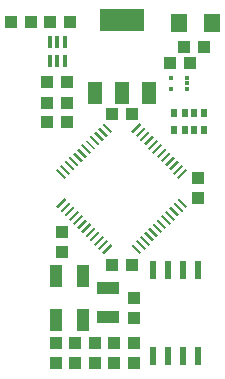
<source format=gbp>
G75*
G70*
%OFA0B0*%
%FSLAX24Y24*%
%IPPOS*%
%LPD*%
%AMOC8*
5,1,8,0,0,1.08239X$1,22.5*
%
%ADD10R,0.0433X0.0748*%
%ADD11R,0.0394X0.0433*%
%ADD12R,0.0079X0.0394*%
%ADD13R,0.0394X0.0079*%
%ADD14R,0.0433X0.0394*%
%ADD15R,0.0220X0.0590*%
%ADD16R,0.0118X0.0390*%
%ADD17R,0.0748X0.0433*%
%ADD18R,0.0500X0.0750*%
%ADD19R,0.1500X0.0750*%
%ADD20R,0.0236X0.0315*%
%ADD21R,0.0197X0.0315*%
%ADD22R,0.0551X0.0630*%
%ADD23R,0.0177X0.0118*%
D10*
X003040Y003877D03*
X003946Y003877D03*
X003946Y005333D03*
X003040Y005333D03*
D11*
X003043Y002420D03*
X003043Y003090D03*
X003693Y003090D03*
X003693Y002420D03*
X004343Y002420D03*
X004343Y003090D03*
X004993Y003090D03*
X004993Y002420D03*
X005643Y002420D03*
X005643Y003090D03*
X003243Y006120D03*
X003243Y006790D03*
X003427Y010455D03*
X003427Y011105D03*
X002758Y011105D03*
X002758Y010455D03*
X002858Y013805D03*
X002227Y013805D03*
X001558Y013805D03*
X003527Y013805D03*
X007793Y008590D03*
X007793Y007920D03*
D12*
G36*
X007372Y008908D02*
X007427Y008853D01*
X007150Y008576D01*
X007095Y008631D01*
X007372Y008908D01*
G37*
G36*
X007233Y009047D02*
X007288Y008992D01*
X007011Y008715D01*
X006956Y008770D01*
X007233Y009047D01*
G37*
G36*
X007094Y009187D02*
X007149Y009132D01*
X006872Y008855D01*
X006817Y008910D01*
X007094Y009187D01*
G37*
G36*
X006955Y009326D02*
X007010Y009271D01*
X006733Y008994D01*
X006678Y009049D01*
X006955Y009326D01*
G37*
G36*
X006815Y009465D02*
X006870Y009410D01*
X006593Y009133D01*
X006538Y009188D01*
X006815Y009465D01*
G37*
G36*
X006676Y009604D02*
X006731Y009549D01*
X006454Y009272D01*
X006399Y009327D01*
X006676Y009604D01*
G37*
G36*
X006537Y009743D02*
X006592Y009688D01*
X006315Y009411D01*
X006260Y009466D01*
X006537Y009743D01*
G37*
G36*
X006398Y009883D02*
X006453Y009828D01*
X006176Y009551D01*
X006121Y009606D01*
X006398Y009883D01*
G37*
G36*
X006259Y010022D02*
X006314Y009967D01*
X006037Y009690D01*
X005982Y009745D01*
X006259Y010022D01*
G37*
G36*
X006119Y010161D02*
X006174Y010106D01*
X005897Y009829D01*
X005842Y009884D01*
X006119Y010161D01*
G37*
G36*
X005980Y010300D02*
X006035Y010245D01*
X005758Y009968D01*
X005703Y010023D01*
X005980Y010300D01*
G37*
G36*
X005841Y010439D02*
X005896Y010384D01*
X005619Y010107D01*
X005564Y010162D01*
X005841Y010439D01*
G37*
G36*
X003892Y007377D02*
X003947Y007322D01*
X003670Y007045D01*
X003615Y007100D01*
X003892Y007377D01*
G37*
G36*
X004031Y007238D02*
X004086Y007183D01*
X003809Y006906D01*
X003754Y006961D01*
X004031Y007238D01*
G37*
G36*
X004171Y007099D02*
X004226Y007044D01*
X003949Y006767D01*
X003894Y006822D01*
X004171Y007099D01*
G37*
G36*
X004310Y006959D02*
X004365Y006904D01*
X004088Y006627D01*
X004033Y006682D01*
X004310Y006959D01*
G37*
G36*
X004449Y006820D02*
X004504Y006765D01*
X004227Y006488D01*
X004172Y006543D01*
X004449Y006820D01*
G37*
G36*
X004588Y006681D02*
X004643Y006626D01*
X004366Y006349D01*
X004311Y006404D01*
X004588Y006681D01*
G37*
G36*
X004727Y006542D02*
X004782Y006487D01*
X004505Y006210D01*
X004450Y006265D01*
X004727Y006542D01*
G37*
G36*
X004867Y006403D02*
X004922Y006348D01*
X004645Y006071D01*
X004590Y006126D01*
X004867Y006403D01*
G37*
G36*
X003753Y007516D02*
X003808Y007461D01*
X003531Y007184D01*
X003476Y007239D01*
X003753Y007516D01*
G37*
G36*
X003614Y007655D02*
X003669Y007600D01*
X003392Y007323D01*
X003337Y007378D01*
X003614Y007655D01*
G37*
G36*
X003475Y007795D02*
X003530Y007740D01*
X003253Y007463D01*
X003198Y007518D01*
X003475Y007795D01*
G37*
G36*
X003335Y007934D02*
X003390Y007879D01*
X003113Y007602D01*
X003058Y007657D01*
X003335Y007934D01*
G37*
D13*
G36*
X003113Y008908D02*
X003390Y008631D01*
X003335Y008576D01*
X003058Y008853D01*
X003113Y008908D01*
G37*
G36*
X003253Y009047D02*
X003530Y008770D01*
X003475Y008715D01*
X003198Y008992D01*
X003253Y009047D01*
G37*
G36*
X003392Y009187D02*
X003669Y008910D01*
X003614Y008855D01*
X003337Y009132D01*
X003392Y009187D01*
G37*
G36*
X003531Y009326D02*
X003808Y009049D01*
X003753Y008994D01*
X003476Y009271D01*
X003531Y009326D01*
G37*
G36*
X003670Y009465D02*
X003947Y009188D01*
X003892Y009133D01*
X003615Y009410D01*
X003670Y009465D01*
G37*
G36*
X003809Y009604D02*
X004086Y009327D01*
X004031Y009272D01*
X003754Y009549D01*
X003809Y009604D01*
G37*
G36*
X003949Y009743D02*
X004226Y009466D01*
X004171Y009411D01*
X003894Y009688D01*
X003949Y009743D01*
G37*
G36*
X004088Y009883D02*
X004365Y009606D01*
X004310Y009551D01*
X004033Y009828D01*
X004088Y009883D01*
G37*
G36*
X004227Y010022D02*
X004504Y009745D01*
X004449Y009690D01*
X004172Y009967D01*
X004227Y010022D01*
G37*
G36*
X004366Y010161D02*
X004643Y009884D01*
X004588Y009829D01*
X004311Y010106D01*
X004366Y010161D01*
G37*
G36*
X004505Y010300D02*
X004782Y010023D01*
X004727Y009968D01*
X004450Y010245D01*
X004505Y010300D01*
G37*
G36*
X004645Y010439D02*
X004922Y010162D01*
X004867Y010107D01*
X004590Y010384D01*
X004645Y010439D01*
G37*
G36*
X006593Y007377D02*
X006870Y007100D01*
X006815Y007045D01*
X006538Y007322D01*
X006593Y007377D01*
G37*
G36*
X006454Y007238D02*
X006731Y006961D01*
X006676Y006906D01*
X006399Y007183D01*
X006454Y007238D01*
G37*
G36*
X006315Y007099D02*
X006592Y006822D01*
X006537Y006767D01*
X006260Y007044D01*
X006315Y007099D01*
G37*
G36*
X006176Y006959D02*
X006453Y006682D01*
X006398Y006627D01*
X006121Y006904D01*
X006176Y006959D01*
G37*
G36*
X006037Y006820D02*
X006314Y006543D01*
X006259Y006488D01*
X005982Y006765D01*
X006037Y006820D01*
G37*
G36*
X005897Y006681D02*
X006174Y006404D01*
X006119Y006349D01*
X005842Y006626D01*
X005897Y006681D01*
G37*
G36*
X005758Y006542D02*
X006035Y006265D01*
X005980Y006210D01*
X005703Y006487D01*
X005758Y006542D01*
G37*
G36*
X005619Y006403D02*
X005896Y006126D01*
X005841Y006071D01*
X005564Y006348D01*
X005619Y006403D01*
G37*
G36*
X006733Y007516D02*
X007010Y007239D01*
X006955Y007184D01*
X006678Y007461D01*
X006733Y007516D01*
G37*
G36*
X006872Y007655D02*
X007149Y007378D01*
X007094Y007323D01*
X006817Y007600D01*
X006872Y007655D01*
G37*
G36*
X007011Y007795D02*
X007288Y007518D01*
X007233Y007463D01*
X006956Y007740D01*
X007011Y007795D01*
G37*
G36*
X007150Y007934D02*
X007427Y007657D01*
X007372Y007602D01*
X007095Y007879D01*
X007150Y007934D01*
G37*
D14*
X005577Y005705D03*
X004908Y005705D03*
X005643Y004590D03*
X005643Y003920D03*
X005577Y010735D03*
X004908Y010735D03*
X003427Y011805D03*
X002758Y011805D03*
X006858Y012425D03*
X007308Y012955D03*
X007527Y012425D03*
X007977Y012955D03*
D15*
X007793Y005545D03*
X007293Y005545D03*
X006793Y005545D03*
X006293Y005545D03*
X006293Y002665D03*
X006793Y002665D03*
X007293Y002665D03*
X007793Y002665D03*
D16*
X003349Y012490D03*
X003093Y012490D03*
X002837Y012490D03*
X002837Y013124D03*
X003093Y013124D03*
X003349Y013124D03*
D17*
X004793Y004947D03*
X004793Y003963D03*
D18*
X005243Y011435D03*
X006153Y011435D03*
X004333Y011435D03*
D19*
X005243Y013875D03*
D20*
X006991Y010780D03*
X006991Y010190D03*
X007995Y010190D03*
X007995Y010780D03*
D21*
X007650Y010780D03*
X007335Y010780D03*
X007335Y010190D03*
X007650Y010190D03*
D22*
X007142Y013755D03*
X008244Y013755D03*
D23*
X007413Y011952D03*
X007413Y011755D03*
X007413Y011558D03*
X006881Y011558D03*
X006881Y011952D03*
M02*

</source>
